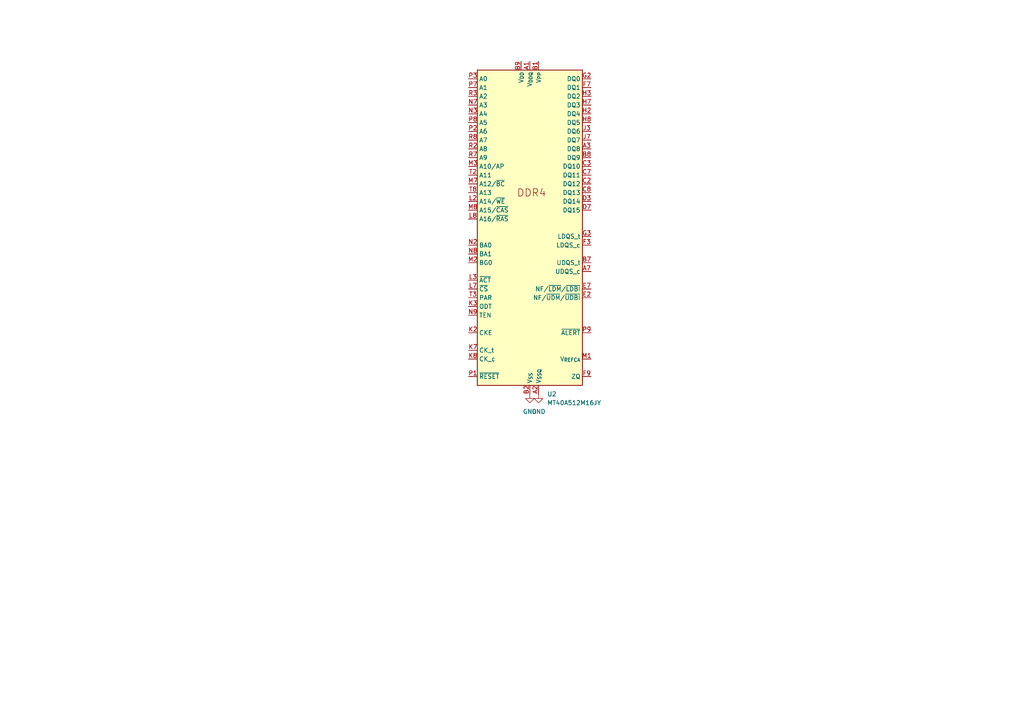
<source format=kicad_sch>
(kicad_sch (version 20250114) (generator "eeschema") (generator_version "9.0")
  (paper "A4")
  (lib_symbols
    (symbol "Memory_RAM:MT40A512M16JY"
      (property "Reference" "U" (at -15.24 48.26 0))
      (property "Value" "MT40A512M16JY" (at 13.97 48.26 0))
      (symbol "MT40A512M16JY_0_1"
        (rectangle (start -15.24 45.72) (end 15.24 -45.72) (stroke (width 0.254)) (fill (type background)))
        (pin input line (at -17.78 43.18 0) (length 2.54) (name "A0") (number "P3"))
        (pin input line (at -17.78 40.64 0) (length 2.54) (name "A1") (number "P7"))
        (pin input line (at -17.78 38.1 0) (length 2.54) (name "A2") (number "R3"))
        (pin input line (at -17.78 35.56 0) (length 2.54) (name "A3") (number "N7"))
        (pin input line (at -17.78 33.02 0) (length 2.54) (name "A4") (number "N3"))
        (pin input line (at -17.78 30.48 0) (length 2.54) (name "A5") (number "P8"))
        (pin input line (at -17.78 27.94 0) (length 2.54) (name "A6") (number "P2"))
        (pin input line (at -17.78 25.4 0) (length 2.54) (name "A7") (number "R8"))
        (pin input line (at -17.78 22.86 0) (length 2.54) (name "A8") (number "R2"))
        (pin input line (at -17.78 20.32 0) (length 2.54) (name "A9") (number "R7"))
        (pin input line (at -17.78 17.78 0) (length 2.54) (name "A10/AP") (number "M3"))
        (pin input line (at -17.78 15.24 0) (length 2.54) (name "A11") (number "T2"))
        (pin input line (at -17.78 12.7 0) (length 2.54) (name "A12/~{BC}") (number "M7"))
        (pin input line (at -17.78 10.16 0) (length 2.54) (name "A13") (number "T8"))
        (pin input line (at -17.78 7.62 0) (length 2.54) (name "A14/~{WE}") (number "L2"))
        (pin input line (at -17.78 5.08 0) (length 2.54) (name "A15/~{CAS}") (number "M8"))
        (pin input line (at -17.78 2.54 0) (length 2.54) (name "A16/~{RAS}") (number "L8"))
        (pin input line (at -17.78 -5.08 0) (length 2.54) (name "BA0") (number "N2"))
        (pin input line (at -17.78 -7.62 0) (length 2.54) (name "BA1") (number "N8"))
        (pin input line (at -17.78 -10.16 0) (length 2.54) (name "BG0") (number "M2"))
        (pin input line (at -17.78 -15.24 0) (length 2.54) (name "~{ACT}") (number "L3"))
        (pin input line (at -17.78 -17.78 0) (length 2.54) (name "~{CS}") (number "L7"))
        (pin input line (at -17.78 -20.32 0) (length 2.54) (name "PAR") (number "T3"))
        (pin input line (at -17.78 -22.86 0) (length 2.54) (name "ODT") (number "K3"))
        (pin input line (at -17.78 -25.4 0) (length 2.54) (name "TEN") (number "N9"))
        (pin input line (at -17.78 -30.48 0) (length 2.54) (name "CKE") (number "K2"))
        (pin input line (at -17.78 -35.56 0) (length 2.54) (name "CK_t") (number "K7"))
        (pin input line (at -17.78 -38.1 0) (length 2.54) (name "CK_c") (number "K8"))
        (pin input line (at -17.78 -43.18 0) (length 2.54) (name "~{RESET}") (number "P1"))
        (pin no_connect line (at -15.24 0 0) (length 2.54) (hide yes) (name "NF/NC") (number "T7"))
        (pin passive line (at -2.54 48.26 270) (length 2.54) (hide yes) (name "V_{DD}") (number "B3"))
        (pin power_in line (at -2.54 48.26 270) (length 2.54) (name "V_{DD}") (number "B9"))
        (pin passive line (at -2.54 48.26 270) (length 2.54) (hide yes) (name "V_{DD}") (number "D1"))
        (pin passive line (at -2.54 48.26 270) (length 2.54) (hide yes) (name "V_{DD}") (number "G7"))
        (pin passive line (at -2.54 48.26 270) (length 2.54) (hide yes) (name "V_{DD}") (number "J1"))
        (pin passive line (at -2.54 48.26 270) (length 2.54) (hide yes) (name "V_{DD}") (number "J9"))
        (pin passive line (at -2.54 48.26 270) (length 2.54) (hide yes) (name "V_{DD}") (number "L1"))
        (pin passive line (at -2.54 48.26 270) (length 2.54) (hide yes) (name "V_{DD}") (number "L9"))
        (pin passive line (at -2.54 48.26 270) (length 2.54) (hide yes) (name "V_{DD}") (number "R1"))
        (pin passive line (at -2.54 48.26 270) (length 2.54) (hide yes) (name "V_{DD}") (number "T9"))
        (pin power_in line (at 0 48.26 270) (length 2.54) (name "V_{DDQ}") (number "A1"))
        (pin passive line (at 0 48.26 270) (length 2.54) (hide yes) (name "V_{DDQ}") (number "A9"))
        (pin passive line (at 0 48.26 270) (length 2.54) (hide yes) (name "V_{DDQ}") (number "C1"))
        (pin passive line (at 0 48.26 270) (length 2.54) (hide yes) (name "V_{DDQ}") (number "D9"))
        (pin passive line (at 0 48.26 270) (length 2.54) (hide yes) (name "V_{DDQ}") (number "F2"))
        (pin passive line (at 0 48.26 270) (length 2.54) (hide yes) (name "V_{DDQ}") (number "F8"))
        (pin passive line (at 0 48.26 270) (length 2.54) (hide yes) (name "V_{DDQ}") (number "G1"))
        (pin passive line (at 0 48.26 270) (length 2.54) (hide yes) (name "V_{DDQ}") (number "G9"))
        (pin passive line (at 0 48.26 270) (length 2.54) (hide yes) (name "V_{DDQ}") (number "J2"))
        (pin passive line (at 0 48.26 270) (length 2.54) (hide yes) (name "V_{DDQ}") (number "J8"))
        (pin power_in line (at 0 -48.26 90) (length 2.54) (name "V_{SS}") (number "B2"))
        (pin passive line (at 0 -48.26 90) (length 2.54) (hide yes) (name "V_{SS}") (number "E1"))
        (pin passive line (at 0 -48.26 90) (length 2.54) (hide yes) (name "V_{SS}") (number "E9"))
        (pin passive line (at 0 -48.26 90) (length 2.54) (hide yes) (name "V_{SS}") (number "G8"))
        (pin passive line (at 0 -48.26 90) (length 2.54) (hide yes) (name "V_{SS}") (number "K1"))
        (pin passive line (at 0 -48.26 90) (length 2.54) (hide yes) (name "V_{SS}") (number "K9"))
        (pin passive line (at 0 -48.26 90) (length 2.54) (hide yes) (name "V_{SS}") (number "M9"))
        (pin passive line (at 0 -48.26 90) (length 2.54) (hide yes) (name "V_{SS}") (number "N1"))
        (pin passive line (at 0 -48.26 90) (length 2.54) (hide yes) (name "V_{SS}") (number "T1"))
        (pin power_in line (at 2.54 48.26 270) (length 2.54) (name "V_{PP}") (number "B1"))
        (pin passive line (at 2.54 48.26 270) (length 2.54) (hide yes) (name "V_{PP}") (number "R9"))
        (pin power_in line (at 2.54 -48.26 90) (length 2.54) (name "V_{SSQ}") (number "A2"))
        (pin passive line (at 2.54 -48.26 90) (length 2.54) (hide yes) (name "V_{SSQ}") (number "A8"))
        (pin passive line (at 2.54 -48.26 90) (length 2.54) (hide yes) (name "V_{SSQ}") (number "C9"))
        (pin passive line (at 2.54 -48.26 90) (length 2.54) (hide yes) (name "V_{SSQ}") (number "D2"))
        (pin passive line (at 2.54 -48.26 90) (length 2.54) (hide yes) (name "V_{SSQ}") (number "D8"))
        (pin passive line (at 2.54 -48.26 90) (length 2.54) (hide yes) (name "V_{SSQ}") (number "E3"))
        (pin passive line (at 2.54 -48.26 90) (length 2.54) (hide yes) (name "V_{SSQ}") (number "E8"))
        (pin passive line (at 2.54 -48.26 90) (length 2.54) (hide yes) (name "V_{SSQ}") (number "F1"))
        (pin passive line (at 2.54 -48.26 90) (length 2.54) (hide yes) (name "V_{SSQ}") (number "H1"))
        (pin passive line (at 2.54 -48.26 90) (length 2.54) (hide yes) (name "V_{SSQ}") (number "H9"))
        (pin bidirectional line (at 17.78 43.18 180) (length 2.54) (name "DQ0") (number "G2"))
        (pin bidirectional line (at 17.78 40.64 180) (length 2.54) (name "DQ1") (number "F7"))
        (pin bidirectional line (at 17.78 38.1 180) (length 2.54) (name "DQ2") (number "H3"))
        (pin bidirectional line (at 17.78 35.56 180) (length 2.54) (name "DQ3") (number "H7"))
        (pin bidirectional line (at 17.78 33.02 180) (length 2.54) (name "DQ4") (number "H2"))
        (pin bidirectional line (at 17.78 30.48 180) (length 2.54) (name "DQ5") (number "H8"))
        (pin bidirectional line (at 17.78 27.94 180) (length 2.54) (name "DQ6") (number "J3"))
        (pin bidirectional line (at 17.78 25.4 180) (length 2.54) (name "DQ7") (number "J7"))
        (pin bidirectional line (at 17.78 22.86 180) (length 2.54) (name "DQ8") (number "A3"))
        (pin bidirectional line (at 17.78 20.32 180) (length 2.54) (name "DQ9") (number "B8"))
        (pin bidirectional line (at 17.78 17.78 180) (length 2.54) (name "DQ10") (number "C3"))
        (pin bidirectional line (at 17.78 15.24 180) (length 2.54) (name "DQ11") (number "C7"))
        (pin bidirectional line (at 17.78 12.7 180) (length 2.54) (name "DQ12") (number "C2"))
        (pin bidirectional line (at 17.78 10.16 180) (length 2.54) (name "DQ13") (number "C8"))
        (pin bidirectional line (at 17.78 7.62 180) (length 2.54) (name "DQ14") (number "D3"))
        (pin bidirectional line (at 17.78 5.08 180) (length 2.54) (name "DQ15") (number "D7"))
        (pin bidirectional line (at 17.78 -2.54 180) (length 2.54) (name "LDQS_t") (number "G3"))
        (pin bidirectional line (at 17.78 -5.08 180) (length 2.54) (name "LDQS_c") (number "F3"))
        (pin bidirectional line (at 17.78 -10.16 180) (length 2.54) (name "UDQS_t") (number "B7"))
        (pin bidirectional line (at 17.78 -12.7 180) (length 2.54) (name "UDQS_c") (number "A7"))
        (pin bidirectional line (at 17.78 -17.78 180) (length 2.54) (name "NF/~{LDM}/~{LDBI}") (number "E7"))
        (pin bidirectional line (at 17.78 -20.32 180) (length 2.54) (name "NF/~{UDM}/~{UDBI}") (number "E2"))
        (pin open_collector line (at 17.78 -30.48 180) (length 2.54) (name "~{ALERT}") (number "P9"))
        (pin passive line (at 17.78 -38.1 180) (length 2.54) (name "V_{REFCA}") (number "M1"))
        (pin passive line (at 17.78 -43.18 180) (length 2.54) (name "ZQ") (number "F9"))
      )
      (symbol "MT40A512M16JY_1_1"
        (text "DDR4" (at -3.81 8.89 0) (effects (font (size 2.1336 2.1336)) (justify left bottom)))
      )
    )
    (symbol "power:GND" (power) (pin_numbers (hide yes)) (pin_names (offset 0) (hide yes))
      (property "Value" "GND" (at 0 -3.81 0))
      (symbol "GND_0_1"
        (polyline (pts (xy 0 0) (xy 0 -1.27) (xy 1.27 -1.27) (xy 0 -2.54) (xy -1.27 -1.27) (xy 0 -1.27)))
      )
      (symbol "GND_1_1"
        (pin power_in line (at 0 0 270) (length 0) (name "~") (number "1"))
      )
    )
  )
  (symbol (lib_id "Memory_RAM:MT40A512M16JY") (at 153.67 66.04 0) (unit 1)
    (property "Reference" "U2" (at 158.6935 114.3 0) (effects (justify left)))
    (property "Value" "MT40A512M16JY" (at 158.6935 116.84 0) (effects (justify left)))
    (property "Footprint" "Package_BGA:Micron_FBGA-96_8x14mm_Layout9x16_P0.8mm" (effects (hide yes)))
    (property "Datasheet" "https://eu.mouser.com/datasheet/2/671/8gb_ddr4_sdram-3178955.pdf" (effects (hide yes)))
    (property "Description" "512M x 16-bit (8 Gbit) CMOS Double Data Rate IV Synchronous RAM, Rev. B, FBGA-96" (effects (hide yes)))
  )
  (symbol (lib_id "power:GND") (at 153.67 114.3 0) (unit 1)
    (property "Reference" "#PWR04" (effects (hide yes)))
    (property "Value" "GND" (at 153.67 119.38 0))
    (property "Description" "Power symbol creates a global label with name \"GND\" , ground" (effects (hide yes)))
  )
  (symbol (lib_id "power:GND") (at 156.21 114.3 0) (unit 1)
    (property "Reference" "#PWR05" (effects (hide yes)))
    (property "Value" "GND" (at 156.21 119.38 0))
    (property "Description" "Power symbol creates a global label with name \"GND\" , ground" (effects (hide yes)))
  )
)
</source>
